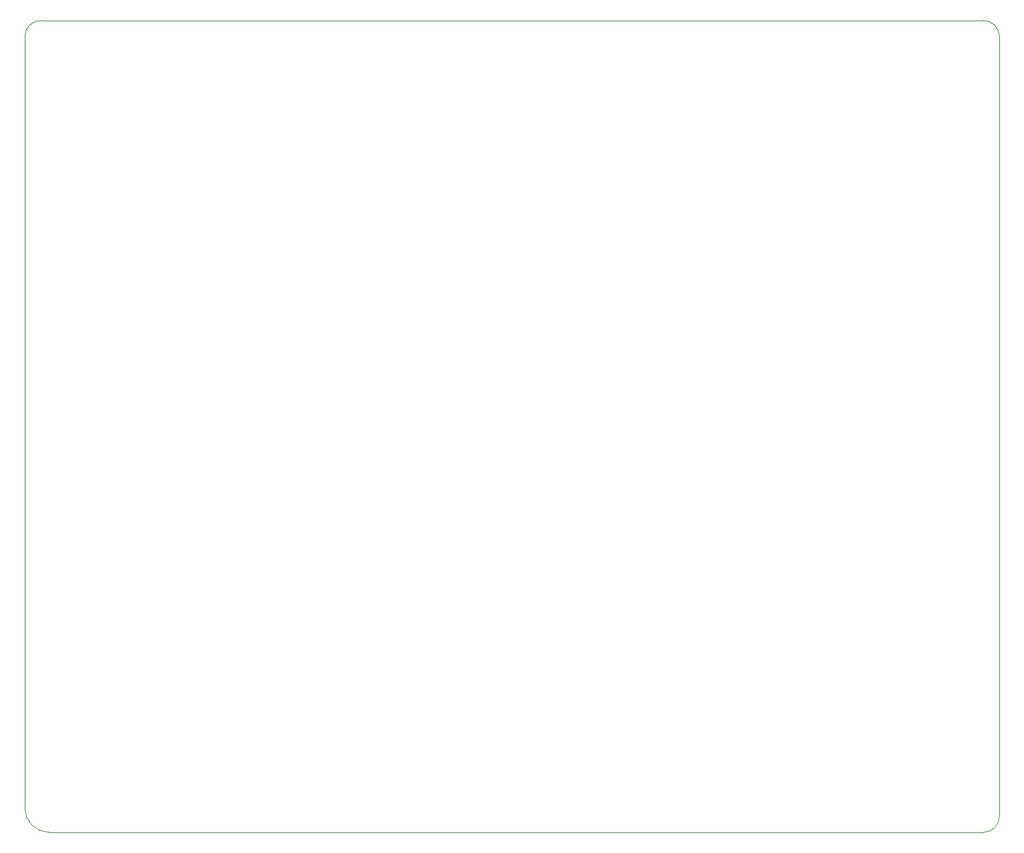
<source format=gbr>
G04 #@! TF.GenerationSoftware,KiCad,Pcbnew,(5.1.5)-3*
G04 #@! TF.CreationDate,2020-06-17T18:22:29-03:00*
G04 #@! TF.ProjectId,root,726f6f74-2e6b-4696-9361-645f70636258,rev?*
G04 #@! TF.SameCoordinates,Original*
G04 #@! TF.FileFunction,Profile,NP*
%FSLAX46Y46*%
G04 Gerber Fmt 4.6, Leading zero omitted, Abs format (unit mm)*
G04 Created by KiCad (PCBNEW (5.1.5)-3) date 2020-06-17 18:22:29*
%MOMM*%
%LPD*%
G04 APERTURE LIST*
%ADD10C,0.100000*%
G04 APERTURE END LIST*
D10*
X90000000Y-52000000D02*
X90000000Y-147000000D01*
X208000000Y-50000000D02*
X92000000Y-50000000D01*
X210000000Y-148000000D02*
X210000000Y-52000000D01*
X93000000Y-150000000D02*
X208000000Y-150000000D01*
X210000000Y-148000000D02*
G75*
G02X208000000Y-150000000I-2000000J0D01*
G01*
X208000000Y-50000000D02*
G75*
G02X210000000Y-52000000I0J-2000000D01*
G01*
X90000000Y-52000000D02*
G75*
G02X92000000Y-50000000I2000000J0D01*
G01*
X93000000Y-150000000D02*
G75*
G02X90000000Y-147000000I0J3000000D01*
G01*
M02*

</source>
